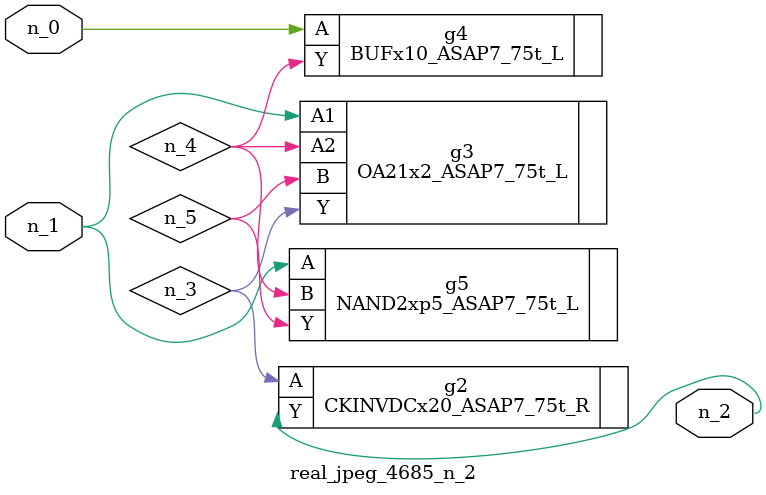
<source format=v>
module real_jpeg_4685_n_2 (n_1, n_0, n_2);

input n_1;
input n_0;

output n_2;

wire n_5;
wire n_4;
wire n_3;

BUFx10_ASAP7_75t_L g4 ( 
.A(n_0),
.Y(n_4)
);

OA21x2_ASAP7_75t_L g3 ( 
.A1(n_1),
.A2(n_4),
.B(n_5),
.Y(n_3)
);

NAND2xp5_ASAP7_75t_L g5 ( 
.A(n_1),
.B(n_4),
.Y(n_5)
);

CKINVDCx20_ASAP7_75t_R g2 ( 
.A(n_3),
.Y(n_2)
);


endmodule
</source>
